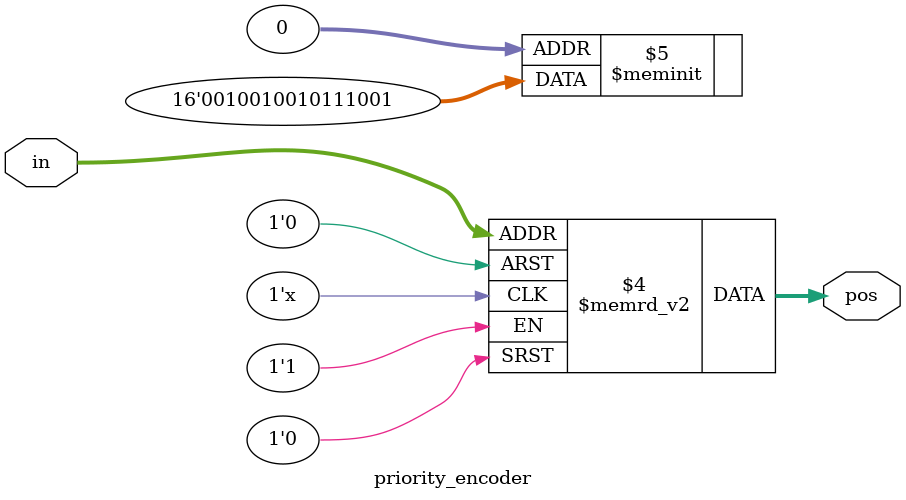
<source format=v>
module priority_encoder( 
input [2:0] in,
output reg [1:0] pos ); 
// When sel=1, assign b to out
always@(in)
	case(in)
		3'b000:    pos <= 3'b001;
		3'b001:    pos <= 3'b010;
		3'b010:    pos <= 3'b011;
		3'b011:    pos <= 3'b010;
		3'b100:    pos <= 3'b000;
		3'b101:    pos <= 3'b001;
		3'b110:    pos <= 3'b010;
		3'b111:    pos <= 3'b000;
	endcase
endmodule

</source>
